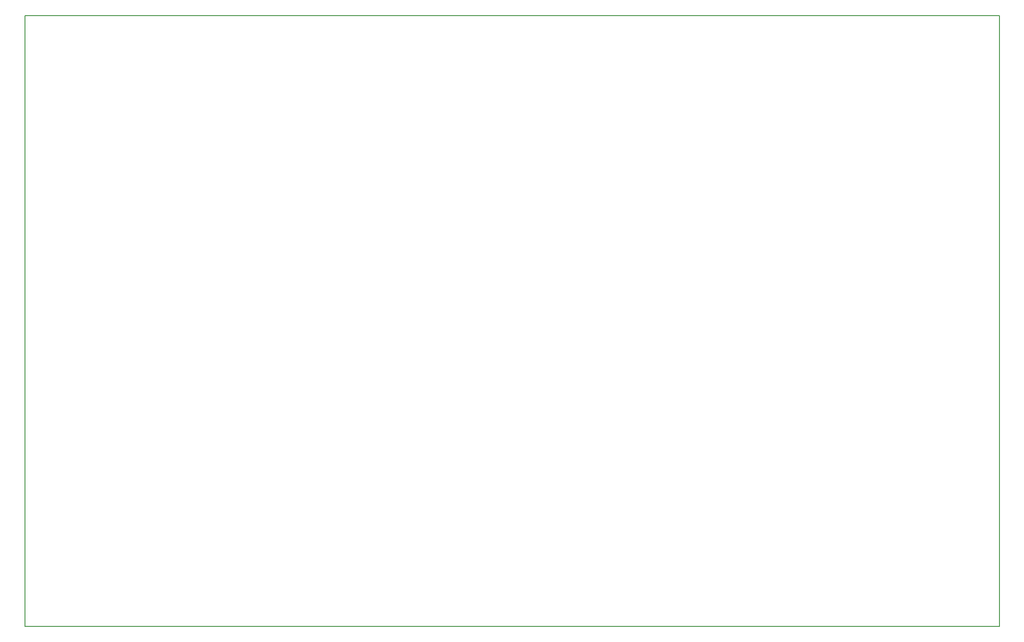
<source format=gbr>
G04 #@! TF.GenerationSoftware,KiCad,Pcbnew,5.0.2-bee76a0~70~ubuntu16.04.1*
G04 #@! TF.CreationDate,2021-12-22T21:49:15+01:00*
G04 #@! TF.ProjectId,IPCMemoryExpansionBoard,4950434d-656d-46f7-9279-457870616e73,rev?*
G04 #@! TF.SameCoordinates,Original*
G04 #@! TF.FileFunction,Profile,NP*
%FSLAX46Y46*%
G04 Gerber Fmt 4.6, Leading zero omitted, Abs format (unit mm)*
G04 Created by KiCad (PCBNEW 5.0.2-bee76a0~70~ubuntu16.04.1) date ons 22 dec 2021 21:49:15*
%MOMM*%
%LPD*%
G01*
G04 APERTURE LIST*
%ADD10C,0.150000*%
G04 APERTURE END LIST*
D10*
X30000000Y-146000000D02*
X30000000Y-30000000D01*
X215000000Y-146000000D02*
X30000000Y-146000000D01*
X215000000Y-30000000D02*
X215000000Y-146000000D01*
X30000000Y-30000000D02*
X215000000Y-30000000D01*
M02*

</source>
